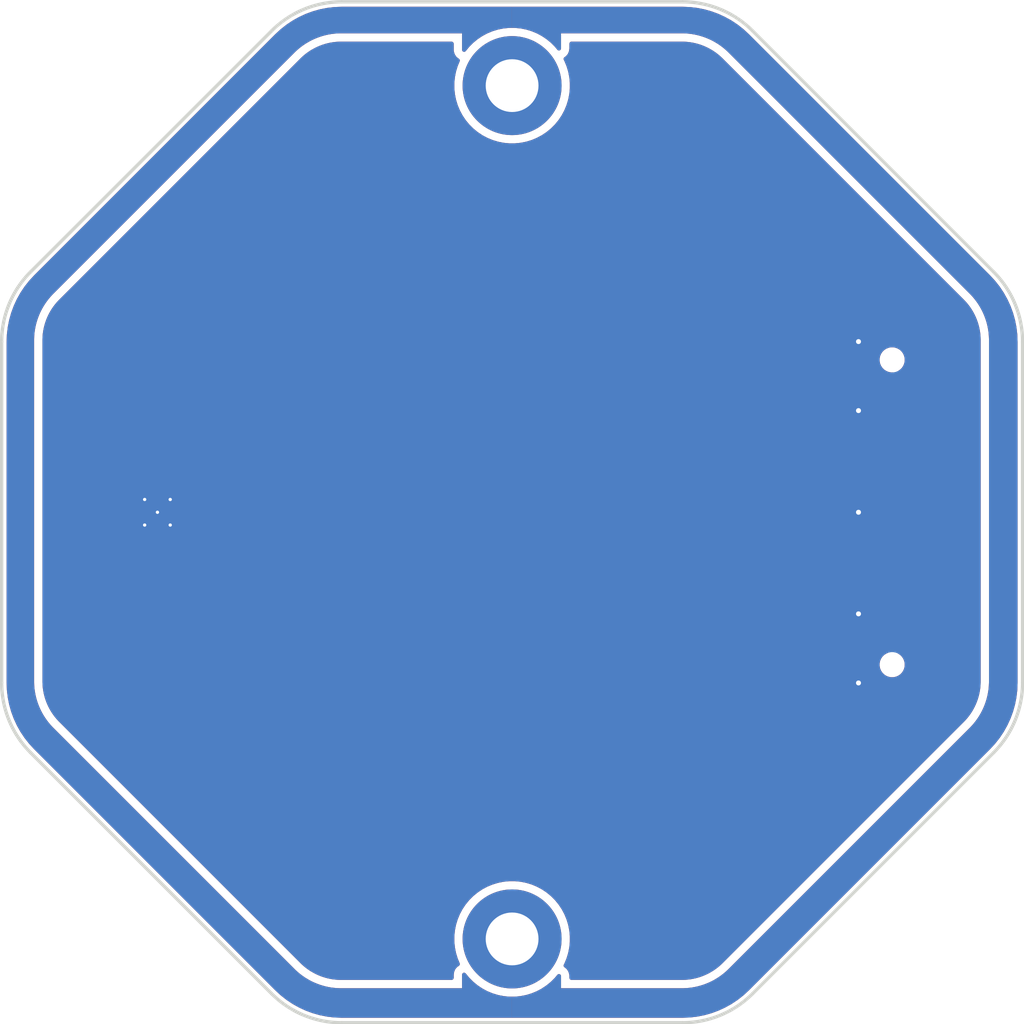
<source format=kicad_pcb>
(kicad_pcb (version 20241229) (generator "pcbnew") (generator_version "9.0")
  (title_block (title "Nimbus PCDU") (date "${DATE}") (rev "${REVISION}"))
  (layers (0 "F.Cu" signal) (4 "In1.Cu" signal) (6 "In2.Cu" signal) (2 "B.Cu" signal) (13 "F.Paste" user) (15 "B.Paste" user) (5 "F.SilkS" user "F.Silkscreen") (7 "B.SilkS" user "B.Silkscreen") (1 "F.Mask" user) (3 "B.Mask" user) (25 "Edge.Cuts" user))
  (property "DATE" "03/01/2026")
  (property "DESIGNER" "Gianluca Gaiardi")
  (property "LICENSE" "CERN-OHL-S")
  (property "ORGANIZATION" "Mr. Sandman Labs")
  (property "REVIEWER" "Gianluca Gaiardi")
  (property "REVISION" "1.0.0")
  (property "URL" "https://github.com/mr-sandman-labs/nimbus-pcdu.git")
  (net 0 "")
  (net 1 "GND")
  (net 14 "VBAT")
  (net 21 "/I2C1_SCL")
  (net 22 "/PE12")
  (net 23 "+3.3V")
  (net 24 "+5V")
  (net 25 "/PB15")
  (net 26 "/SPI1_MOSI")
  (net 27 "/PE11")
  (net 28 "/PB14")
  (net 29 "/SPI1_SCK")
  (net 30 "/PD7")
  (net 31 "/PC5")
  (net 32 "/SPI1_MISO")
  (net 33 "/PB9")
  (net 34 "/PB13")
  (net 35 "/PD2")
  (net 36 "/PB4")
  (net 37 "/PB8")
  (net 38 "/PE10")
  (net 39 "/PD8")
  (net 40 "/PD6")
  (net 41 "/I2C1_SDA")
  (net 42 "/PC4")
  (net 43 "/PE1")
  (net 44 "/PD9")
  (net 45 "/PB2")
  (net 46 "/PE13")
  (net 47 "/PE8")
  (net 48 "/PB1")
  (net 49 "/PB0")
  (net 50 "/PE0")
  (net 51 "/PB12")
  (net 52 "/PE7")
  (net 53 "/PE9")
  (net 54 "/PB5")
  (net 55 "/PE14")
  (net 56 "/PA4")
  (footprint "integrated_semiconductor:BQ76905RGRR" (layer "F.Cu") (at 188.5 148.5)
    (property "Reference" "U1" (hide yes))
    (property "Value" "BQ76905RGRR" (hide yes))
    (pad "1" smd roundrect (at -1.65 -1) (size 0.6 0.24) (layers "F.Cu" "F.Mask" "F.Paste"))
    (pad "2" smd roundrect (at -1.65 -0.5) (size 0.6 0.24) (layers "F.Cu" "F.Mask" "F.Paste"))
    (pad "3" smd roundrect (at -1.65 0) (size 0.6 0.24) (layers "F.Cu" "F.Mask" "F.Paste"))
    (pad "4" smd roundrect (at -1.65 0.5) (size 0.6 0.24) (layers "F.Cu" "F.Mask" "F.Paste"))
    (pad "5" smd roundrect (at -1.65 1) (size 0.6 0.24) (layers "F.Cu" "F.Mask" "F.Paste"))
    (pad "6" smd roundrect (at -1 1.65 90) (size 0.6 0.24) (layers "F.Cu" "F.Mask" "F.Paste"))
    (pad "7" smd roundrect (at -0.5 1.65 90) (size 0.6 0.24) (layers "F.Cu" "F.Mask" "F.Paste"))
    (pad "8" smd roundrect (at 0 1.65 90) (size 0.6 0.24) (layers "F.Cu" "F.Mask" "F.Paste"))
    (pad "9" smd roundrect (at 0.5 1.65 90) (size 0.6 0.24) (layers "F.Cu" "F.Mask" "F.Paste"))
    (pad "10" smd roundrect (at 1 1.65 90) (size 0.6 0.24) (layers "F.Cu" "F.Mask" "F.Paste"))
    (pad "11" smd roundrect (at 1.65 1 180) (size 0.6 0.24) (layers "F.Cu" "F.Mask" "F.Paste") (net 1 "GND"))
    (pad "12" smd roundrect (at 1.65 0.5 180) (size 0.6 0.24) (layers "F.Cu" "F.Mask" "F.Paste"))
    (pad "13" smd roundrect (at 1.65 0 180) (size 0.6 0.24) (layers "F.Cu" "F.Mask" "F.Paste"))
    (pad "14" smd roundrect (at 1.65 -0.5 180) (size 0.6 0.24) (layers "F.Cu" "F.Mask" "F.Paste"))
    (pad "15" smd roundrect (at 1.65 -1 180) (size 0.6 0.24) (layers "F.Cu" "F.Mask" "F.Paste"))
    (pad "16" smd roundrect (at 1 -1.65 90) (size 0.6 0.24) (layers "F.Cu" "F.Mask" "F.Paste"))
    (pad "17" smd roundrect (at 0.5 -1.65 90) (size 0.6 0.24) (layers "F.Cu" "F.Mask" "F.Paste") (net 14 "VBAT"))
    (pad "18" smd roundrect (at 0 -1.65 90) (size 0.6 0.24) (layers "F.Cu" "F.Mask" "F.Paste"))
    (pad "19" smd roundrect (at -0.5 -1.65 90) (size 0.6 0.24) (layers "F.Cu" "F.Mask" "F.Paste"))
    (pad "20" smd roundrect (at -1 -1.65 90) (size 0.6 0.24) (layers "F.Cu" "F.Mask" "F.Paste"))
    (pad "EP" thru_hole circle (at -0.775 -0.775 90) (size 0.5 0.5) (drill 0.2) (layers "*.Cu" "F.Mask") (net 1 "GND"))
    (pad "EP" thru_hole circle (at -0.775 0.775 90) (size 0.5 0.5) (drill 0.2) (layers "*.Cu" "F.Mask") (net 1 "GND"))
    (pad "EP" thru_hole circle (at 0 0 90) (size 0.5 0.5) (drill 0.2) (layers "*.Cu" "F.Mask") (net 1 "GND"))
    (pad "EP" smd roundrect (at 0 0 90) (size 2.05 2.05) (layers "F.Cu" "F.Mask" "F.Paste") (roundrect_rratio 0.025) (net 1 "GND"))
    (pad "EP" thru_hole circle (at 0.775 -0.775 90) (size 0.5 0.5) (drill 0.2) (layers "*.Cu" "F.Mask") (net 1 "GND"))
    (pad "EP" thru_hole circle (at 0.775 0.775 90) (size 0.5 0.5) (drill 0.2) (layers "*.Cu" "F.Mask") (net 1 "GND"))
  )
  (footprint "layout:Mounting_Hole_M3" (layer "F.Cu") (at 210.000006 122.635247)
    (property "Reference" "REF**" (hide yes))
    (property "Value" "Mounting_Hole_M3" (hide yes))
    (pad "1" thru_hole circle (at 0 0) (size 6 6) (drill 3.2) (layers "*.Cu" "*.Mask"))
  )
  (footprint "connector:QTE-020-03-L-D-A" (layer "F.Cu") (at 230.999755 148.499993 -90)
    (property "Reference" "J1" (hide yes))
    (property "Value" "QTE-020-03-L-D-A" (hide yes))
    (pad "" np_thru_hole circle (at -9.24 -2.04 270) (size 1.02 1.02) (drill 1.02) (layers "*.Cu" "*.Mask"))
    (pad "" np_thru_hole circle (at 9.24 -2.04 270) (size 1.02 1.02) (drill 1.02) (layers "*.Cu" "*.Mask"))
    (pad "1" smd roundrect (at -7.6 -3.085 270) (size 0.46 1.45) (layers "F.Cu" "F.Mask" "F.Paste") (net 14 "VBAT"))
    (pad "2" smd roundrect (at -7.6 3.085 270) (size 0.46 1.45) (layers "F.Cu" "F.Mask" "F.Paste") (net 14 "VBAT"))
    (pad "3" smd roundrect (at -6.8 -3.085 270) (size 0.46 1.45) (layers "F.Cu" "F.Mask" "F.Paste") (net 24 "+5V"))
    (pad "4" smd roundrect (at -6.8 3.085 270) (size 0.46 1.45) (layers "F.Cu" "F.Mask" "F.Paste") (net 24 "+5V"))
    (pad "5" smd roundrect (at -6 -3.085 270) (size 0.46 1.45) (layers "F.Cu" "F.Mask" "F.Paste") (net 23 "+3.3V"))
    (pad "6" smd roundrect (at -6 3.085 270) (size 0.46 1.45) (layers "F.Cu" "F.Mask" "F.Paste") (net 23 "+3.3V"))
    (pad "7" smd roundrect (at -5.2 -3.085 270) (size 0.46 1.45) (layers "F.Cu" "F.Mask" "F.Paste") (net 35 "/PD2"))
    (pad "8" smd roundrect (at -5.2 3.085 270) (size 0.46 1.45) (layers "F.Cu" "F.Mask" "F.Paste") (net 55 "/PE14"))
    (pad "9" smd roundrect (at -4.4 -3.085 270) (size 0.46 1.45) (layers "F.Cu" "F.Mask" "F.Paste") (net 44 "/PD9"))
    (pad "10" smd roundrect (at -4.4 3.085 270) (size 0.46 1.45) (layers "F.Cu" "F.Mask" "F.Paste") (net 46 "/PE13"))
    (pad "11" smd roundrect (at -3.6 -3.085 270) (size 0.46 1.45) (layers "F.Cu" "F.Mask" "F.Paste") (net 51 "/PB12"))
    (pad "12" smd roundrect (at -3.6 3.085 270) (size 0.46 1.45) (layers "F.Cu" "F.Mask" "F.Paste") (net 22 "/PE12"))
    (pad "13" smd roundrect (at -2.8 -3.085 270) (size 0.46 1.45) (layers "F.Cu" "F.Mask" "F.Paste") (net 34 "/PB13"))
    (pad "14" smd roundrect (at -2.8 3.085 270) (size 0.46 1.45) (layers "F.Cu" "F.Mask" "F.Paste") (net 27 "/PE11"))
    (pad "15" smd roundrect (at -2 -3.085 270) (size 0.46 1.45) (layers "F.Cu" "F.Mask" "F.Paste") (net 28 "/PB14"))
    (pad "16" smd roundrect (at -2 3.085 270) (size 0.46 1.45) (layers "F.Cu" "F.Mask" "F.Paste") (net 38 "/PE10"))
    (pad "17" smd roundrect (at -1.2 -3.085 270) (size 0.46 1.45) (layers "F.Cu" "F.Mask" "F.Paste") (net 25 "/PB15"))
    (pad "18" smd roundrect (at -1.2 3.085 270) (size 0.46 1.45) (layers "F.Cu" "F.Mask" "F.Paste") (net 53 "/PE9"))
    (pad "19" smd roundrect (at -0.4 -3.085 270) (size 0.46 1.45) (layers "F.Cu" "F.Mask" "F.Paste") (net 39 "/PD8"))
    (pad "20" smd roundrect (at -0.4 3.085 270) (size 0.46 1.45) (layers "F.Cu" "F.Mask" "F.Paste") (net 47 "/PE8"))
    (pad "21" smd roundrect (at 0.4 -3.085 270) (size 0.46 1.45) (layers "F.Cu" "F.Mask" "F.Paste") (net 43 "/PE1"))
    (pad "22" smd roundrect (at 0.4 3.085 270) (size 0.46 1.45) (layers "F.Cu" "F.Mask" "F.Paste") (net 52 "/PE7"))
    (pad "23" smd roundrect (at 1.2 -3.085 270) (size 0.46 1.45) (layers "F.Cu" "F.Mask" "F.Paste") (net 50 "/PE0"))
    (pad "24" smd roundrect (at 1.2 3.085 270) (size 0.46 1.45) (layers "F.Cu" "F.Mask" "F.Paste") (net 45 "/PB2"))
    (pad "25" smd roundrect (at 2 -3.085 270) (size 0.46 1.45) (layers "F.Cu" "F.Mask" "F.Paste") (net 33 "/PB9"))
    (pad "26" smd roundrect (at 2 3.085 270) (size 0.46 1.45) (layers "F.Cu" "F.Mask" "F.Paste") (net 48 "/PB1"))
    (pad "27" smd roundrect (at 2.8 -3.085 270) (size 0.46 1.45) (layers "F.Cu" "F.Mask" "F.Paste") (net 37 "/PB8"))
    (pad "28" smd roundrect (at 2.8 3.085 270) (size 0.46 1.45) (layers "F.Cu" "F.Mask" "F.Paste") (net 49 "/PB0"))
    (pad "29" smd roundrect (at 3.6 -3.085 270) (size 0.46 1.45) (layers "F.Cu" "F.Mask" "F.Paste") (net 41 "/I2C1_SDA"))
    (pad "30" smd roundrect (at 3.6 3.085 270) (size 0.46 1.45) (layers "F.Cu" "F.Mask" "F.Paste") (net 31 "/PC5"))
    (pad "31" smd roundrect (at 4.4 -3.085 270) (size 0.46 1.45) (layers "F.Cu" "F.Mask" "F.Paste") (net 21 "/I2C1_SCL"))
    (pad "32" smd roundrect (at 4.4 3.085 270) (size 0.46 1.45) (layers "F.Cu" "F.Mask" "F.Paste") (net 42 "/PC4"))
    (pad "33" smd roundrect (at 5.2 -3.085 270) (size 0.46 1.45) (layers "F.Cu" "F.Mask" "F.Paste") (net 54 "/PB5"))
    (pad "34" smd roundrect (at 5.2 3.085 270) (size 0.46 1.45) (layers "F.Cu" "F.Mask" "F.Paste") (net 26 "/SPI1_MOSI"))
    (pad "35" smd roundrect (at 6 -3.085 270) (size 0.46 1.45) (layers "F.Cu" "F.Mask" "F.Paste") (net 36 "/PB4"))
    (pad "36" smd roundrect (at 6 3.085 270) (size 0.46 1.45) (layers "F.Cu" "F.Mask" "F.Paste") (net 32 "/SPI1_MISO"))
    (pad "37" smd roundrect (at 6.8 -3.085 270) (size 0.46 1.45) (layers "F.Cu" "F.Mask" "F.Paste") (net 30 "/PD7"))
    (pad "38" smd roundrect (at 6.8 3.085 270) (size 0.46 1.45) (layers "F.Cu" "F.Mask" "F.Paste") (net 29 "/SPI1_SCK"))
    (pad "39" smd roundrect (at 7.6 -3.085 270) (size 0.46 1.45) (layers "F.Cu" "F.Mask" "F.Paste") (net 40 "/PD6"))
    (pad "40" smd roundrect (at 7.6 3.085 270) (size 0.46 1.45) (layers "F.Cu" "F.Mask" "F.Paste") (net 56 "/PA4"))
    (pad "G1" smd roundrect (at -8.445 0 270) (size 2.54 0.64) (layers "F.Cu" "F.Mask" "F.Paste") (net 1 "GND"))
    (pad "G2" smd roundrect (at -3.175 0 270) (size 4.7 0.64) (layers "F.Cu" "F.Mask" "F.Paste") (net 1 "GND"))
    (pad "G3" smd roundrect (at 3.175 0 270) (size 4.7 0.64) (layers "F.Cu" "F.Mask" "F.Paste") (net 1 "GND"))
    (pad "G4" smd roundrect (at 8.445 0 270) (size 2.54 0.64) (layers "F.Cu" "F.Mask" "F.Paste") (net 1 "GND"))
  )
  (footprint "layout:Mounting_Hole_M3" (layer "F.Cu") (at 210.000006 174.364741)
    (property "Reference" "REF**" (hide yes))
    (property "Value" "Mounting_Hole_M3" (hide yes))
    (pad "1" thru_hole circle (at 0 0) (size 6 6) (drill 3.2) (layers "*.Cu" "*.Mask"))
  )
  (gr_arc (start 179.055257 138.167538) (mid 179.511979 135.871441) (end 180.812613 133.924904) (stroke (width 0.2)) (layer "Edge.Cuts"))
  (gr_line (start 240.944751 158.832454) (end 240.944751 138.167541) (stroke (width 0.2)) (layer "Edge.Cuts"))
  (gr_line (start 180.812614 163.075085) (end 195.424914 177.687385) (stroke (width 0.2)) (layer "Edge.Cuts"))
  (gr_line (start 179.055257 138.167538) (end 179.055257 158.83245) (stroke (width 0.2)) (layer "Edge.Cuts"))
  (gr_line (start 195.424913 119.312604) (end 180.812613 133.924904) (stroke (width 0.2)) (layer "Edge.Cuts"))
  (gr_line (start 199.667548 179.444741) (end 220.332464 179.444741) (stroke (width 0.2)) (layer "Edge.Cuts"))
  (gr_line (start 239.187395 133.924904) (end 224.575089 119.312598) (stroke (width 0.2)) (layer "Edge.Cuts"))
  (gr_arc (start 220.332464 117.555247) (mid 222.628555 118.011968) (end 224.575089 119.312598) (stroke (width 0.2)) (layer "Edge.Cuts"))
  (gr_line (start 220.332464 117.555247) (end 199.667548 117.555247) (stroke (width 0.2)) (layer "Edge.Cuts"))
  (gr_arc (start 199.667548 179.444741) (mid 197.371451 178.988019) (end 195.424914 177.687385) (stroke (width 0.2)) (layer "Edge.Cuts"))
  (gr_arc (start 180.812614 163.075085) (mid 179.511979 161.128548) (end 179.055257 158.83245) (stroke (width 0.2)) (layer "Edge.Cuts"))
  (gr_line (start 224.575094 177.687385) (end 239.1874 163.075079) (stroke (width 0.2)) (layer "Edge.Cuts"))
  (gr_arc (start 240.944751 158.832454) (mid 240.48803 161.128545) (end 239.1874 163.075079) (stroke (width 0.2)) (layer "Edge.Cuts"))
  (gr_arc (start 224.575094 177.687385) (mid 222.628559 178.988018) (end 220.332464 179.444741) (stroke (width 0.2)) (layer "Edge.Cuts"))
  (gr_arc (start 195.424913 119.312604) (mid 197.37145 118.011969) (end 199.667548 117.555247) (stroke (width 0.2)) (layer "Edge.Cuts"))
  (gr_arc (start 239.187395 133.924904) (mid 240.488029 135.871442) (end 240.944751 138.167541) (stroke (width 0.2)) (layer "Edge.Cuts"))
  (via (at 230.999755 154.657493) (size 0.6) (drill 0.3) (layers "F.Cu" "B.Cu") (net 1))
  (via (at 230.999753 138.152993) (size 0.6) (drill 0.3) (layers "F.Cu" "B.Cu") (net 1))
  (via (at 230.999755 142.337493) (size 0.6) (drill 0.3) (layers "F.Cu" "B.Cu") (net 1))
  (via (at 230.999753 158.846992) (size 0.6) (drill 0.3) (layers "F.Cu" "B.Cu") (net 1))
  (via (at 230.999755 148.499993) (size 0.6) (drill 0.3) (layers "F.Cu" "B.Cu") (net 1))
  (segment (start 232.199757 152.899994) (end 234.084754 152.899995) (width 0.4) (layer "F.Cu") (net 21))
  (segment (start 234.084753 147.299992) (end 232.199756 147.299992) (width 0.4) (layer "F.Cu") (net 25))
  (segment (start 234.084756 146.499992) (end 232.199754 146.499992) (width 0.4) (layer "F.Cu") (net 28))
  (segment (start 232.199755 155.299991) (end 234.084757 155.299993) (width 0.4) (layer "F.Cu") (net 30))
  (segment (start 232.199755 150.499995) (end 234.084753 150.499993) (width 0.4) (layer "F.Cu") (net 33))
  (segment (start 234.084753 145.699993) (end 232.199754 145.699993) (width 0.4) (layer "F.Cu") (net 34))
  (segment (start 232.199755 154.499993) (end 234.084753 154.499992) (width 0.4) (layer "F.Cu") (net 36))
  (segment (start 234.084755 151.299991) (end 232.199755 151.299993) (width 0.4) (layer "F.Cu") (net 37))
  (segment (start 234.084755 148.099992) (end 232.199752 148.099994) (width 0.4) (layer "F.Cu") (net 39))
  (segment (start 232.199756 156.099991) (end 234.084753 156.099995) (width 0.4) (layer "F.Cu") (net 40))
  (segment (start 232.199755 152.099992) (end 234.084755 152.099992) (width 0.4) (layer "F.Cu") (net 41))
  (segment (start 232.199754 148.899992) (end 234.084753 148.899993) (width 0.4) (layer "F.Cu") (net 43))
  (segment (start 232.199756 144.099993) (end 234.084753 144.099995) (width 0.4) (layer "F.Cu") (net 44))
  (segment (start 234.084756 149.699991) (end 232.199752 149.699993) (width 0.4) (layer "F.Cu") (net 50))
  (segment (start 232.199754 144.899993) (end 234.084755 144.899993) (width 0.4) (layer "F.Cu") (net 51))
  (segment (start 234.084755 153.699994) (end 232.199755 153.699994) (width 0.4) (layer "F.Cu") (net 54))
  (zone (net 1) (net_name "GND") (layers "F.Cu" "B.Cu" "In1.Cu") (connect_pads yes (clearance 0.5)) (min_thickness 0.25) (fill yes (thermal_gap 0.5) (thermal_bridge_width 0.5) (island_removal_mode 1) (island_area_min 10))
    (polygon (pts (xy 221.037955 179.405454) (xy 220.568109 179.442432) (xy 220.33246 179.444745) (xy 199.667544 179.444745) (xy 199.431895 179.442428) (xy 198.962049 179.405451) (xy 198.496553 179.331724) (xy 198.038276 179.221702) (xy 197.590044 179.076063) (xy 197.154621 178.895705) (xy 196.734691 178.68174) (xy 196.332842 178.435488) (xy 195.951554 178.158466) (xy 195.593175 177.852382) (xy 195.42491 177.687389) (xy 180.81261 163.075089) (xy 180.647616 162.906824) (xy 180.341532 162.548446) (xy 180.06451 162.167157) (xy 179.818257 161.765308) (xy 179.604291 161.345378) (xy 179.423933 160.909955) (xy 179.278294 160.461723) (xy 179.168271 160.003446) (xy 179.094544 159.537949) (xy 179.057566 159.068103) (xy 179.055253 158.832454) (xy 179.055253 138.167542) (xy 179.057566 137.931893) (xy 179.094544 137.462047) (xy 179.168271 136.99655) (xy 179.278294 136.538274) (xy 179.423933 136.090042) (xy 179.604291 135.654619) (xy 179.818256 135.234688) (xy 180.064509 134.83284) (xy 180.341531 134.451551) (xy 180.647615 134.093173) (xy 180.812609 133.924908) (xy 195.424909 119.312608) (xy 195.593133 119.14757) (xy 195.951515 118.841483) (xy 196.332807 118.564457) (xy 196.73466 118.318202) (xy 197.154595 118.104235) (xy 197.590022 117.923875) (xy 198.038259 117.778234) (xy 198.49654 117.668211) (xy 198.962041 117.594483) (xy 199.431892 117.557505) (xy 199.667544 117.555251) (xy 220.33246 117.555251) (xy 220.568109 117.557563) (xy 221.037954 117.59454) (xy 221.503449 117.668268) (xy 221.961725 117.77829) (xy 222.409956 117.923929) (xy 222.845378 118.104287) (xy 223.265307 118.318251) (xy 223.667155 118.564504) (xy 224.048443 118.841525) (xy 224.40682 119.147609) (xy 224.575085 119.312602) (xy 239.187391 133.924908) (xy 239.352429 134.093132) (xy 239.658516 134.451515) (xy 239.935541 134.832807) (xy 240.181797 135.23466) (xy 240.395764 135.654595) (xy 240.576124 136.090023) (xy 240.721764 136.538259) (xy 240.831788 136.996541) (xy 240.905515 137.462042) (xy 240.942493 137.931893) (xy 240.944747 138.167545) (xy 240.944747 158.832458) (xy 240.942485 159.068109) (xy 240.90551 159.537959) (xy 240.831784 160.003459) (xy 240.721762 160.461739) (xy 240.576123 160.909974) (xy 240.395764 161.345401) (xy 240.181798 161.765335) (xy 239.935544 162.167186) (xy 239.658519 162.548478) (xy 239.352433 162.906859) (xy 239.187396 163.075083) (xy 224.57509 177.687389) (xy 224.406828 177.852385) (xy 224.048449 178.158469) (xy 223.667161 178.435491) (xy 223.265312 178.681743) (xy 222.845382 178.895708) (xy 222.409959 179.076066) (xy 221.961727 179.221705) (xy 221.503451 179.331727)))
  )
  (zone (net 0) (net_name "") (layers "F.Cu" "B.Cu" "In1.Cu" "In2.Cu") (priority 1) (connect_pads yes (clearance 0.5)) (min_thickness 0.25) (fill yes (thermal_gap 0.5) (thermal_bridge_width 0.5) (island_removal_mode 1) (island_area_min 10))
    (polygon (pts (arc (start 209.966626 175.874241) (mid 211.566626 174.274241) (end 209.966626 172.674241)) (arc (start 209.966626 171.274242) (mid 212.087946 172.152921) (end 212.966626 174.274242)) (xy 212.966626 177.354241) (arc (start 220.299086 177.354241) (mid 221.829813 177.049761) (end 223.127498 176.182677)) (arc (start 237.739874 161.570301) (mid 238.606909 160.272693) (end 238.911373 158.742054)) (arc (start 238.911373 138.077041) (mid 238.606893 136.546307) (end 237.739804 135.248617)) (arc (start 223.127513 120.636326) (mid 221.829812 119.76923) (end 220.299076 119.464747)) (xy 212.966626 119.464747) (arc (start 212.966626 122.544747) (mid 212.087946 124.666067) (end 209.966626 125.544745)) (arc (start 209.966626 124.144743) (mid 211.566626 122.544747) (end 209.966626 120.944748)) (xy 209.966626 117.464747) (arc (start 220.299086 117.464747) (mid 222.59518 117.921468) (end 224.541711 119.222098)) (arc (start 239.154017 133.834404) (mid 240.454651 135.780941) (end 240.911373 138.077041)) (arc (start 240.911373 158.741954) (mid 240.454652 161.038048) (end 239.154022 162.984579)) (arc (start 224.541716 177.596885) (mid 222.595179 178.897519) (end 220.299086 179.354241)) (xy 209.966626 179.354241)))
  )
  (zone (net 0) (net_name "") (layers "F.Cu" "B.Cu" "In1.Cu" "In2.Cu") (priority 1) (connect_pads yes (clearance 0.5)) (min_thickness 0.25) (fill yes (thermal_gap 0.5) (thermal_bridge_width 0.5) (island_removal_mode 1) (island_area_min 10))
    (polygon (pts (arc (start 206.966626 122.544746) (mid 207.845306 124.666067) (end 209.966626 125.544746)) (arc (start 209.966626 124.144747) (mid 208.366626 122.544747) (end 209.966626 120.944747)) (xy 209.966626 117.464747) (arc (start 199.634166 117.464747) (mid 197.338073 117.921469) (end 195.391536 119.222103)) (arc (start 180.77923 133.834409) (mid 179.4786 135.78094) (end 179.021879 138.077034)) (arc (start 179.021879 158.741947) (mid 179.478601 161.038047) (end 180.779235 162.984584)) (arc (start 195.391541 177.59689) (mid 197.338072 178.89752) (end 199.634166 179.354241)) (xy 209.966626 179.354241) (arc (start 209.966626 175.87424) (mid 208.366626 174.274241) (end 209.966626 172.674245)) (arc (start 209.966626 171.274243) (mid 207.845306 172.152921) (end 206.966626 174.274241)) (xy 206.966626 177.354241) (arc (start 199.634176 177.354241) (mid 198.10344 177.049758) (end 196.805739 176.182662)) (arc (start 182.193448 161.570371) (mid 181.326359 160.272681) (end 181.021879 158.741947)) (arc (start 181.021879 138.076934) (mid 181.326343 136.546295) (end 182.193378 135.248687)) (arc (start 196.805754 120.636311) (mid 198.103439 119.769227) (end 199.634166 119.464747)) (xy 206.966626 119.464747)))
  )
)
</source>
